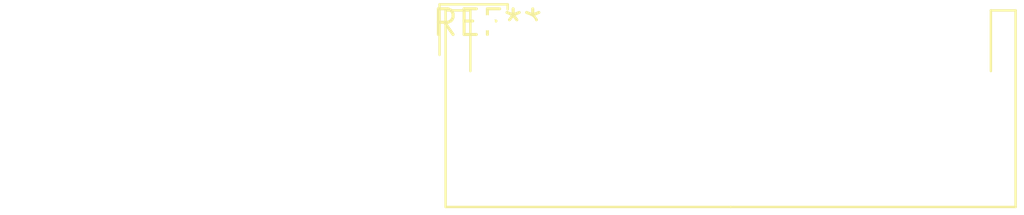
<source format=kicad_pcb>
(kicad_pcb (version 20240108) (generator pcbnew)
  (layers (0 "F.Cu" signal) (31 "B.Cu" signal) (34 "B.Paste" user) (35 "F.Paste" user) (36 "B.SilkS" user "B.Silkscreen") (37 "F.SilkS" user "F.Silkscreen") (38 "B.Mask" user) (39 "F.Mask" user) (44 "Edge.Cuts" user))
  (net 0 "")
  (footprint "JST_PHD_S26B-PHDSS_2x13_P2.00mm_Horizontal" (layer "F.Cu") (at 0 0)
    (property "Reference" "REF**")
    (property "Value" "JST_PHD_S26B-PHDSS_2x13_P2.00mm_Horizontal")
    (fp_line (start -2.36 -0.91) (end -2.36 1.59) (layer "F.SilkS") (stroke (width 0.12)))
    (fp_line (start -2.06 -0.61) (end -2.06 9.11) (layer "F.SilkS") (stroke (width 0.12)))
    (fp_line (start -2.06 9.11) (end 12 9.11) (layer "F.SilkS") (stroke (width 0.12)))
    (fp_line (start -0.84 -0.61) (end -2.06 -0.61) (layer "F.SilkS") (stroke (width 0.12)))
    (fp_line (start -0.84 2.39) (end -0.84 -0.61) (layer "F.SilkS") (stroke (width 0.12)))
    (fp_line (start 1 -0.91) (end -2.36 -0.91) (layer "F.SilkS") (stroke (width 0.12)))
    (fp_line (start 1 -0.66) (end 1 -0.91) (layer "F.SilkS") (stroke (width 0.12)))
    (fp_line (start 24.84 -0.61) (end 26.06 -0.61) (layer "F.SilkS") (stroke (width 0.12)))
    (fp_line (start 24.84 2.39) (end 24.84 -0.61) (layer "F.SilkS") (stroke (width 0.12)))
    (fp_line (start 26.06 -0.61) (end 26.06 9.11) (layer "F.SilkS") (stroke (width 0.12)))
    (fp_line (start 26.06 9.11) (end 12 9.11) (layer "F.SilkS") (stroke (width 0.12)))
    (pad "1" thru_hole roundrect (at 0 0) (size 1.2 1.2) (drill 0.75) (layers *.Cu *.Mask) (remove_unused_layers) (roundrect_rratio 0.208333))
    (pad "2" thru_hole circle (at 0 2) (size 1.2 1.2) (drill 0.75) (layers *.Cu *.Mask) (remove_unused_layers))
    (pad "3" thru_hole circle (at 2 0) (size 1.2 1.2) (drill 0.75) (layers *.Cu *.Mask) (remove_unused_layers))
    (pad "4" thru_hole circle (at 2 2) (size 1.2 1.2) (drill 0.75) (layers *.Cu *.Mask) (remove_unused_layers))
    (pad "5" thru_hole circle (at 4 0) (size 1.2 1.2) (drill 0.75) (layers *.Cu *.Mask) (remove_unused_layers))
    (pad "6" thru_hole circle (at 4 2) (size 1.2 1.2) (drill 0.75) (layers *.Cu *.Mask) (remove_unused_layers))
    (pad "7" thru_hole circle (at 6 0) (size 1.2 1.2) (drill 0.75) (layers *.Cu *.Mask) (remove_unused_layers))
    (pad "8" thru_hole circle (at 6 2) (size 1.2 1.2) (drill 0.75) (layers *.Cu *.Mask) (remove_unused_layers))
    (pad "9" thru_hole circle (at 8 0) (size 1.2 1.2) (drill 0.75) (layers *.Cu *.Mask) (remove_unused_layers))
    (pad "10" thru_hole circle (at 8 2) (size 1.2 1.2) (drill 0.75) (layers *.Cu *.Mask) (remove_unused_layers))
    (pad "11" thru_hole circle (at 10 0) (size 1.2 1.2) (drill 0.75) (layers *.Cu *.Mask) (remove_unused_layers))
    (pad "12" thru_hole circle (at 10 2) (size 1.2 1.2) (drill 0.75) (layers *.Cu *.Mask) (remove_unused_layers))
    (pad "13" thru_hole circle (at 12 0) (size 1.2 1.2) (drill 0.75) (layers *.Cu *.Mask) (remove_unused_layers))
    (pad "14" thru_hole circle (at 12 2) (size 1.2 1.2) (drill 0.75) (layers *.Cu *.Mask) (remove_unused_layers))
    (pad "15" thru_hole circle (at 14 0) (size 1.2 1.2) (drill 0.75) (layers *.Cu *.Mask) (remove_unused_layers))
    (pad "16" thru_hole circle (at 14 2) (size 1.2 1.2) (drill 0.75) (layers *.Cu *.Mask) (remove_unused_layers))
    (pad "17" thru_hole circle (at 16 0) (size 1.2 1.2) (drill 0.75) (layers *.Cu *.Mask) (remove_unused_layers))
    (pad "18" thru_hole circle (at 16 2) (size 1.2 1.2) (drill 0.75) (layers *.Cu *.Mask) (remove_unused_layers))
    (pad "19" thru_hole circle (at 18 0) (size 1.2 1.2) (drill 0.75) (layers *.Cu *.Mask) (remove_unused_layers))
    (pad "20" thru_hole circle (at 18 2) (size 1.2 1.2) (drill 0.75) (layers *.Cu *.Mask) (remove_unused_layers))
    (pad "21" thru_hole circle (at 20 0) (size 1.2 1.2) (drill 0.75) (layers *.Cu *.Mask) (remove_unused_layers))
    (pad "22" thru_hole circle (at 20 2) (size 1.2 1.2) (drill 0.75) (layers *.Cu *.Mask) (remove_unused_layers))
    (pad "23" thru_hole circle (at 22 0) (size 1.2 1.2) (drill 0.75) (layers *.Cu *.Mask) (remove_unused_layers))
    (pad "24" thru_hole circle (at 22 2) (size 1.2 1.2) (drill 0.75) (layers *.Cu *.Mask) (remove_unused_layers))
    (pad "25" thru_hole circle (at 24 0) (size 1.2 1.2) (drill 0.75) (layers *.Cu *.Mask) (remove_unused_layers))
    (pad "26" thru_hole circle (at 24 2) (size 1.2 1.2) (drill 0.75) (layers *.Cu *.Mask) (remove_unused_layers))
  )
)
</source>
